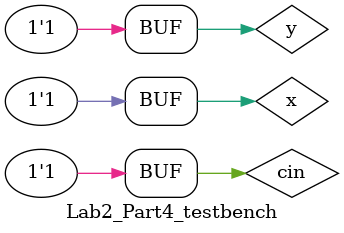
<source format=v>
`timescale 1ns / 1ps

module Lab2_Part4(sum, cout, x, y, cin);
    input x;
    input y;
    input cin;
    output cout;
    output sum;

wire e, f, g;

xor #10 (e, x, y);
xor #10 (sum, e, cin);
and #10 (f, e, cin);
and #10 (g, x, y);
or #10 (cout, f, g);
    
endmodule

module Lab2_Part4_testbench;

wire cout, sum;
reg x, y, cin;

Lab2_Part4  dut(sum, cout, x, y, cin);

initial begin
    x = 1'b0; y = 1'b0; cin = 1'b0;
    #100;
    x = 1'b0; y = 1'b0; cin = 1'b1;
    #100;
    x = 1'b0; y = 1'b1; cin = 1'b0;
    #100;
    x = 1'b0; y = 1'b1; cin = 1'b1;
    #100;
    x = 1'b1; y = 1'b0; cin = 1'b0;
    #100;
    x = 1'b1; y = 1'b0; cin = 1'b1;
    #100;
    x = 1'b1; y = 1'b1; cin = 1'b0;
    #100;
    x = 1'b1; y = 1'b1; cin = 1'b1;
    #100;
    end
endmodule
</source>
